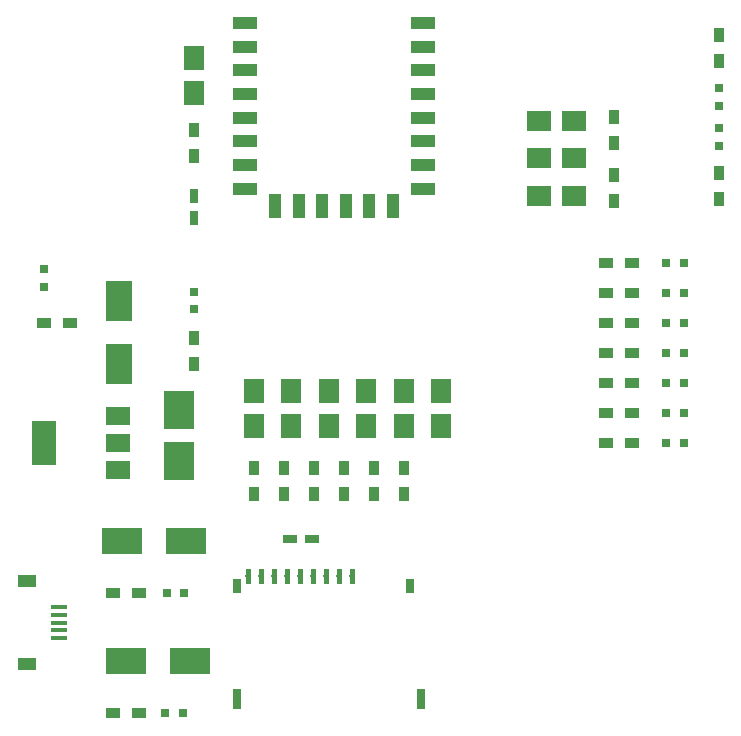
<source format=gbr>
G04 #@! TF.GenerationSoftware,KiCad,Pcbnew,(2016-12-16 revision f631ae2)-makepkg*
G04 #@! TF.CreationDate,2017-02-21T16:59:48-05:00*
G04 #@! TF.ProjectId,orc-esp1,6F72632D657370312E6B696361645F70,1*
G04 #@! TF.FileFunction,Paste,Top*
G04 #@! TF.FilePolarity,Positive*
%FSLAX46Y46*%
G04 Gerber Fmt 4.6, Leading zero omitted, Abs format (unit mm)*
G04 Created by KiCad (PCBNEW (2016-12-16 revision f631ae2)-makepkg) date 02/21/17 16:59:48*
%MOMM*%
%LPD*%
G01*
G04 APERTURE LIST*
%ADD10C,0.100000*%
%ADD11R,1.350000X0.400000*%
%ADD12R,1.550000X1.000000*%
%ADD13R,2.000000X1.000000*%
%ADD14R,1.000000X2.000000*%
%ADD15R,2.000000X1.500000*%
%ADD16R,2.000000X3.800000*%
%ADD17R,1.200000X0.750000*%
%ADD18R,0.750000X1.200000*%
%ADD19R,2.500000X3.200000*%
%ADD20R,3.500120X2.301240*%
%ADD21R,2.301240X3.500120*%
%ADD22R,0.797560X0.797560*%
%ADD23R,1.200000X0.900000*%
%ADD24R,0.900000X1.200000*%
%ADD25R,1.700000X2.000000*%
%ADD26R,2.000000X1.700000*%
%ADD27C,0.470000*%
%ADD28R,0.650000X1.200000*%
%ADD29R,0.650000X1.800000*%
G04 APERTURE END LIST*
D10*
D11*
X109220000Y-129480000D03*
X109220000Y-130130000D03*
X109220000Y-130780000D03*
X109220000Y-131430000D03*
X109220000Y-132080000D03*
D12*
X106520000Y-127280000D03*
X106520000Y-134280000D03*
D13*
X140025179Y-80010000D03*
X140025179Y-82010000D03*
X140025179Y-84010000D03*
X140025179Y-86010000D03*
X140025179Y-88010000D03*
X140025179Y-90010000D03*
X140025179Y-92010000D03*
X140025179Y-94010000D03*
X125025179Y-94010000D03*
X125025179Y-92010000D03*
X125025179Y-90010000D03*
X125025179Y-88010000D03*
X125025179Y-86010000D03*
X125025179Y-84010000D03*
X125025179Y-82010000D03*
X125025179Y-80010000D03*
D14*
X127525179Y-95510000D03*
X129525179Y-95510000D03*
X131525179Y-95510000D03*
X133525179Y-95510000D03*
X135525179Y-95510000D03*
X137525179Y-95510000D03*
D15*
X114250000Y-117870000D03*
X114250000Y-113270000D03*
X114250000Y-115570000D03*
D16*
X107950000Y-115570000D03*
D17*
X130678000Y-123698000D03*
X128778000Y-123698000D03*
D18*
X120650000Y-96515000D03*
X120650000Y-94615000D03*
D19*
X119380000Y-117076000D03*
X119380000Y-112776000D03*
D20*
X114614960Y-123825000D03*
X120015000Y-123825000D03*
D21*
X114300000Y-108905040D03*
X114300000Y-103505000D03*
D20*
X114935000Y-133985000D03*
X120335040Y-133985000D03*
D22*
X119735600Y-138430000D03*
X118237000Y-138430000D03*
X107950000Y-102349300D03*
X107950000Y-100850700D03*
X119862600Y-128270000D03*
X118364000Y-128270000D03*
X160655000Y-115570000D03*
X162153600Y-115570000D03*
X162153600Y-113030000D03*
X160655000Y-113030000D03*
X160655000Y-107950000D03*
X162153600Y-107950000D03*
X162153600Y-105410000D03*
X160655000Y-105410000D03*
X160655000Y-102870000D03*
X162153600Y-102870000D03*
X162153600Y-100330000D03*
X160655000Y-100330000D03*
X165100000Y-90398600D03*
X165100000Y-88900000D03*
X165100000Y-86995000D03*
X165100000Y-85496400D03*
X120650000Y-104254300D03*
X120650000Y-102755700D03*
X162153600Y-110490000D03*
X160655000Y-110490000D03*
D23*
X157775000Y-105410000D03*
X155575000Y-105410000D03*
X155575000Y-102870000D03*
X157775000Y-102870000D03*
X157775000Y-100330000D03*
X155575000Y-100330000D03*
D24*
X165100000Y-94910000D03*
X165100000Y-92710000D03*
X165100000Y-83185000D03*
X165100000Y-80985000D03*
X120650000Y-108880000D03*
X120650000Y-106680000D03*
X130810000Y-117645000D03*
X130810000Y-119845000D03*
X125730000Y-119845000D03*
X125730000Y-117645000D03*
X138430000Y-117645000D03*
X138430000Y-119845000D03*
D23*
X155575000Y-110490000D03*
X157775000Y-110490000D03*
X157775000Y-107950000D03*
X155575000Y-107950000D03*
X155575000Y-115570000D03*
X157775000Y-115570000D03*
X157775000Y-113030000D03*
X155575000Y-113030000D03*
X113835000Y-138430000D03*
X116035000Y-138430000D03*
D24*
X128270000Y-117645000D03*
X128270000Y-119845000D03*
X133350000Y-119845000D03*
X133350000Y-117645000D03*
X120650000Y-89070000D03*
X120650000Y-91270000D03*
X156210000Y-92880000D03*
X156210000Y-95080000D03*
X156210000Y-87970000D03*
X156210000Y-90170000D03*
X135890000Y-119845000D03*
X135890000Y-117645000D03*
D23*
X107950000Y-105410000D03*
X110150000Y-105410000D03*
X113835000Y-128270000D03*
X116035000Y-128270000D03*
D25*
X120650000Y-85955000D03*
X120650000Y-82955000D03*
X132080000Y-111125000D03*
X132080000Y-114125000D03*
X125730000Y-114125000D03*
X125730000Y-111125000D03*
X138430000Y-111125000D03*
X138430000Y-114125000D03*
X141605000Y-114125000D03*
X141605000Y-111125000D03*
X128905000Y-111125000D03*
X128905000Y-114125000D03*
X135255000Y-114125000D03*
X135255000Y-111125000D03*
D26*
X152860000Y-88265000D03*
X149860000Y-88265000D03*
X149860000Y-91440000D03*
X152860000Y-91440000D03*
X149860000Y-94615000D03*
X152860000Y-94615000D03*
D10*
G36*
X125409017Y-126185566D02*
X125420423Y-126187258D01*
X125431608Y-126190060D01*
X125442465Y-126193944D01*
X125452889Y-126198874D01*
X125462780Y-126204802D01*
X125472041Y-126211671D01*
X125480585Y-126219415D01*
X125488329Y-126227959D01*
X125495198Y-126237220D01*
X125501126Y-126247111D01*
X125506056Y-126257535D01*
X125509940Y-126268392D01*
X125512742Y-126279577D01*
X125514434Y-126290983D01*
X125515000Y-126302500D01*
X125515000Y-127367500D01*
X125514434Y-127379017D01*
X125512742Y-127390423D01*
X125509940Y-127401608D01*
X125506056Y-127412465D01*
X125501126Y-127422889D01*
X125495198Y-127432780D01*
X125488329Y-127442041D01*
X125480585Y-127450585D01*
X125472041Y-127458329D01*
X125462780Y-127465198D01*
X125452889Y-127471126D01*
X125442465Y-127476056D01*
X125431608Y-127479940D01*
X125420423Y-127482742D01*
X125409017Y-127484434D01*
X125397500Y-127485000D01*
X125162500Y-127485000D01*
X125150983Y-127484434D01*
X125139577Y-127482742D01*
X125128392Y-127479940D01*
X125117535Y-127476056D01*
X125107111Y-127471126D01*
X125097220Y-127465198D01*
X125087959Y-127458329D01*
X125079415Y-127450585D01*
X125071671Y-127442041D01*
X125064802Y-127432780D01*
X125058874Y-127422889D01*
X125053944Y-127412465D01*
X125050060Y-127401608D01*
X125047258Y-127390423D01*
X125045566Y-127379017D01*
X125045000Y-127367500D01*
X125045000Y-126302500D01*
X125045566Y-126290983D01*
X125047258Y-126279577D01*
X125050060Y-126268392D01*
X125053944Y-126257535D01*
X125058874Y-126247111D01*
X125064802Y-126237220D01*
X125071671Y-126227959D01*
X125079415Y-126219415D01*
X125087959Y-126211671D01*
X125097220Y-126204802D01*
X125107111Y-126198874D01*
X125117535Y-126193944D01*
X125128392Y-126190060D01*
X125139577Y-126187258D01*
X125150983Y-126185566D01*
X125162500Y-126185000D01*
X125397500Y-126185000D01*
X125409017Y-126185566D01*
X125409017Y-126185566D01*
G37*
D27*
X125280000Y-126835000D03*
D28*
X124280000Y-127635000D03*
X138980000Y-127635000D03*
D29*
X124280000Y-137235000D03*
X139880000Y-137235000D03*
D10*
G36*
X126509017Y-126185566D02*
X126520423Y-126187258D01*
X126531608Y-126190060D01*
X126542465Y-126193944D01*
X126552889Y-126198874D01*
X126562780Y-126204802D01*
X126572041Y-126211671D01*
X126580585Y-126219415D01*
X126588329Y-126227959D01*
X126595198Y-126237220D01*
X126601126Y-126247111D01*
X126606056Y-126257535D01*
X126609940Y-126268392D01*
X126612742Y-126279577D01*
X126614434Y-126290983D01*
X126615000Y-126302500D01*
X126615000Y-127367500D01*
X126614434Y-127379017D01*
X126612742Y-127390423D01*
X126609940Y-127401608D01*
X126606056Y-127412465D01*
X126601126Y-127422889D01*
X126595198Y-127432780D01*
X126588329Y-127442041D01*
X126580585Y-127450585D01*
X126572041Y-127458329D01*
X126562780Y-127465198D01*
X126552889Y-127471126D01*
X126542465Y-127476056D01*
X126531608Y-127479940D01*
X126520423Y-127482742D01*
X126509017Y-127484434D01*
X126497500Y-127485000D01*
X126262500Y-127485000D01*
X126250983Y-127484434D01*
X126239577Y-127482742D01*
X126228392Y-127479940D01*
X126217535Y-127476056D01*
X126207111Y-127471126D01*
X126197220Y-127465198D01*
X126187959Y-127458329D01*
X126179415Y-127450585D01*
X126171671Y-127442041D01*
X126164802Y-127432780D01*
X126158874Y-127422889D01*
X126153944Y-127412465D01*
X126150060Y-127401608D01*
X126147258Y-127390423D01*
X126145566Y-127379017D01*
X126145000Y-127367500D01*
X126145000Y-126302500D01*
X126145566Y-126290983D01*
X126147258Y-126279577D01*
X126150060Y-126268392D01*
X126153944Y-126257535D01*
X126158874Y-126247111D01*
X126164802Y-126237220D01*
X126171671Y-126227959D01*
X126179415Y-126219415D01*
X126187959Y-126211671D01*
X126197220Y-126204802D01*
X126207111Y-126198874D01*
X126217535Y-126193944D01*
X126228392Y-126190060D01*
X126239577Y-126187258D01*
X126250983Y-126185566D01*
X126262500Y-126185000D01*
X126497500Y-126185000D01*
X126509017Y-126185566D01*
X126509017Y-126185566D01*
G37*
D27*
X126380000Y-126835000D03*
D10*
G36*
X127609017Y-126185566D02*
X127620423Y-126187258D01*
X127631608Y-126190060D01*
X127642465Y-126193944D01*
X127652889Y-126198874D01*
X127662780Y-126204802D01*
X127672041Y-126211671D01*
X127680585Y-126219415D01*
X127688329Y-126227959D01*
X127695198Y-126237220D01*
X127701126Y-126247111D01*
X127706056Y-126257535D01*
X127709940Y-126268392D01*
X127712742Y-126279577D01*
X127714434Y-126290983D01*
X127715000Y-126302500D01*
X127715000Y-127367500D01*
X127714434Y-127379017D01*
X127712742Y-127390423D01*
X127709940Y-127401608D01*
X127706056Y-127412465D01*
X127701126Y-127422889D01*
X127695198Y-127432780D01*
X127688329Y-127442041D01*
X127680585Y-127450585D01*
X127672041Y-127458329D01*
X127662780Y-127465198D01*
X127652889Y-127471126D01*
X127642465Y-127476056D01*
X127631608Y-127479940D01*
X127620423Y-127482742D01*
X127609017Y-127484434D01*
X127597500Y-127485000D01*
X127362500Y-127485000D01*
X127350983Y-127484434D01*
X127339577Y-127482742D01*
X127328392Y-127479940D01*
X127317535Y-127476056D01*
X127307111Y-127471126D01*
X127297220Y-127465198D01*
X127287959Y-127458329D01*
X127279415Y-127450585D01*
X127271671Y-127442041D01*
X127264802Y-127432780D01*
X127258874Y-127422889D01*
X127253944Y-127412465D01*
X127250060Y-127401608D01*
X127247258Y-127390423D01*
X127245566Y-127379017D01*
X127245000Y-127367500D01*
X127245000Y-126302500D01*
X127245566Y-126290983D01*
X127247258Y-126279577D01*
X127250060Y-126268392D01*
X127253944Y-126257535D01*
X127258874Y-126247111D01*
X127264802Y-126237220D01*
X127271671Y-126227959D01*
X127279415Y-126219415D01*
X127287959Y-126211671D01*
X127297220Y-126204802D01*
X127307111Y-126198874D01*
X127317535Y-126193944D01*
X127328392Y-126190060D01*
X127339577Y-126187258D01*
X127350983Y-126185566D01*
X127362500Y-126185000D01*
X127597500Y-126185000D01*
X127609017Y-126185566D01*
X127609017Y-126185566D01*
G37*
D27*
X127480000Y-126835000D03*
D10*
G36*
X128709017Y-126185566D02*
X128720423Y-126187258D01*
X128731608Y-126190060D01*
X128742465Y-126193944D01*
X128752889Y-126198874D01*
X128762780Y-126204802D01*
X128772041Y-126211671D01*
X128780585Y-126219415D01*
X128788329Y-126227959D01*
X128795198Y-126237220D01*
X128801126Y-126247111D01*
X128806056Y-126257535D01*
X128809940Y-126268392D01*
X128812742Y-126279577D01*
X128814434Y-126290983D01*
X128815000Y-126302500D01*
X128815000Y-127367500D01*
X128814434Y-127379017D01*
X128812742Y-127390423D01*
X128809940Y-127401608D01*
X128806056Y-127412465D01*
X128801126Y-127422889D01*
X128795198Y-127432780D01*
X128788329Y-127442041D01*
X128780585Y-127450585D01*
X128772041Y-127458329D01*
X128762780Y-127465198D01*
X128752889Y-127471126D01*
X128742465Y-127476056D01*
X128731608Y-127479940D01*
X128720423Y-127482742D01*
X128709017Y-127484434D01*
X128697500Y-127485000D01*
X128462500Y-127485000D01*
X128450983Y-127484434D01*
X128439577Y-127482742D01*
X128428392Y-127479940D01*
X128417535Y-127476056D01*
X128407111Y-127471126D01*
X128397220Y-127465198D01*
X128387959Y-127458329D01*
X128379415Y-127450585D01*
X128371671Y-127442041D01*
X128364802Y-127432780D01*
X128358874Y-127422889D01*
X128353944Y-127412465D01*
X128350060Y-127401608D01*
X128347258Y-127390423D01*
X128345566Y-127379017D01*
X128345000Y-127367500D01*
X128345000Y-126302500D01*
X128345566Y-126290983D01*
X128347258Y-126279577D01*
X128350060Y-126268392D01*
X128353944Y-126257535D01*
X128358874Y-126247111D01*
X128364802Y-126237220D01*
X128371671Y-126227959D01*
X128379415Y-126219415D01*
X128387959Y-126211671D01*
X128397220Y-126204802D01*
X128407111Y-126198874D01*
X128417535Y-126193944D01*
X128428392Y-126190060D01*
X128439577Y-126187258D01*
X128450983Y-126185566D01*
X128462500Y-126185000D01*
X128697500Y-126185000D01*
X128709017Y-126185566D01*
X128709017Y-126185566D01*
G37*
D27*
X128580000Y-126835000D03*
D10*
G36*
X129809017Y-126185566D02*
X129820423Y-126187258D01*
X129831608Y-126190060D01*
X129842465Y-126193944D01*
X129852889Y-126198874D01*
X129862780Y-126204802D01*
X129872041Y-126211671D01*
X129880585Y-126219415D01*
X129888329Y-126227959D01*
X129895198Y-126237220D01*
X129901126Y-126247111D01*
X129906056Y-126257535D01*
X129909940Y-126268392D01*
X129912742Y-126279577D01*
X129914434Y-126290983D01*
X129915000Y-126302500D01*
X129915000Y-127367500D01*
X129914434Y-127379017D01*
X129912742Y-127390423D01*
X129909940Y-127401608D01*
X129906056Y-127412465D01*
X129901126Y-127422889D01*
X129895198Y-127432780D01*
X129888329Y-127442041D01*
X129880585Y-127450585D01*
X129872041Y-127458329D01*
X129862780Y-127465198D01*
X129852889Y-127471126D01*
X129842465Y-127476056D01*
X129831608Y-127479940D01*
X129820423Y-127482742D01*
X129809017Y-127484434D01*
X129797500Y-127485000D01*
X129562500Y-127485000D01*
X129550983Y-127484434D01*
X129539577Y-127482742D01*
X129528392Y-127479940D01*
X129517535Y-127476056D01*
X129507111Y-127471126D01*
X129497220Y-127465198D01*
X129487959Y-127458329D01*
X129479415Y-127450585D01*
X129471671Y-127442041D01*
X129464802Y-127432780D01*
X129458874Y-127422889D01*
X129453944Y-127412465D01*
X129450060Y-127401608D01*
X129447258Y-127390423D01*
X129445566Y-127379017D01*
X129445000Y-127367500D01*
X129445000Y-126302500D01*
X129445566Y-126290983D01*
X129447258Y-126279577D01*
X129450060Y-126268392D01*
X129453944Y-126257535D01*
X129458874Y-126247111D01*
X129464802Y-126237220D01*
X129471671Y-126227959D01*
X129479415Y-126219415D01*
X129487959Y-126211671D01*
X129497220Y-126204802D01*
X129507111Y-126198874D01*
X129517535Y-126193944D01*
X129528392Y-126190060D01*
X129539577Y-126187258D01*
X129550983Y-126185566D01*
X129562500Y-126185000D01*
X129797500Y-126185000D01*
X129809017Y-126185566D01*
X129809017Y-126185566D01*
G37*
D27*
X129680000Y-126835000D03*
D10*
G36*
X130909017Y-126185566D02*
X130920423Y-126187258D01*
X130931608Y-126190060D01*
X130942465Y-126193944D01*
X130952889Y-126198874D01*
X130962780Y-126204802D01*
X130972041Y-126211671D01*
X130980585Y-126219415D01*
X130988329Y-126227959D01*
X130995198Y-126237220D01*
X131001126Y-126247111D01*
X131006056Y-126257535D01*
X131009940Y-126268392D01*
X131012742Y-126279577D01*
X131014434Y-126290983D01*
X131015000Y-126302500D01*
X131015000Y-127367500D01*
X131014434Y-127379017D01*
X131012742Y-127390423D01*
X131009940Y-127401608D01*
X131006056Y-127412465D01*
X131001126Y-127422889D01*
X130995198Y-127432780D01*
X130988329Y-127442041D01*
X130980585Y-127450585D01*
X130972041Y-127458329D01*
X130962780Y-127465198D01*
X130952889Y-127471126D01*
X130942465Y-127476056D01*
X130931608Y-127479940D01*
X130920423Y-127482742D01*
X130909017Y-127484434D01*
X130897500Y-127485000D01*
X130662500Y-127485000D01*
X130650983Y-127484434D01*
X130639577Y-127482742D01*
X130628392Y-127479940D01*
X130617535Y-127476056D01*
X130607111Y-127471126D01*
X130597220Y-127465198D01*
X130587959Y-127458329D01*
X130579415Y-127450585D01*
X130571671Y-127442041D01*
X130564802Y-127432780D01*
X130558874Y-127422889D01*
X130553944Y-127412465D01*
X130550060Y-127401608D01*
X130547258Y-127390423D01*
X130545566Y-127379017D01*
X130545000Y-127367500D01*
X130545000Y-126302500D01*
X130545566Y-126290983D01*
X130547258Y-126279577D01*
X130550060Y-126268392D01*
X130553944Y-126257535D01*
X130558874Y-126247111D01*
X130564802Y-126237220D01*
X130571671Y-126227959D01*
X130579415Y-126219415D01*
X130587959Y-126211671D01*
X130597220Y-126204802D01*
X130607111Y-126198874D01*
X130617535Y-126193944D01*
X130628392Y-126190060D01*
X130639577Y-126187258D01*
X130650983Y-126185566D01*
X130662500Y-126185000D01*
X130897500Y-126185000D01*
X130909017Y-126185566D01*
X130909017Y-126185566D01*
G37*
D27*
X130780000Y-126835000D03*
D10*
G36*
X132009017Y-126185566D02*
X132020423Y-126187258D01*
X132031608Y-126190060D01*
X132042465Y-126193944D01*
X132052889Y-126198874D01*
X132062780Y-126204802D01*
X132072041Y-126211671D01*
X132080585Y-126219415D01*
X132088329Y-126227959D01*
X132095198Y-126237220D01*
X132101126Y-126247111D01*
X132106056Y-126257535D01*
X132109940Y-126268392D01*
X132112742Y-126279577D01*
X132114434Y-126290983D01*
X132115000Y-126302500D01*
X132115000Y-127367500D01*
X132114434Y-127379017D01*
X132112742Y-127390423D01*
X132109940Y-127401608D01*
X132106056Y-127412465D01*
X132101126Y-127422889D01*
X132095198Y-127432780D01*
X132088329Y-127442041D01*
X132080585Y-127450585D01*
X132072041Y-127458329D01*
X132062780Y-127465198D01*
X132052889Y-127471126D01*
X132042465Y-127476056D01*
X132031608Y-127479940D01*
X132020423Y-127482742D01*
X132009017Y-127484434D01*
X131997500Y-127485000D01*
X131762500Y-127485000D01*
X131750983Y-127484434D01*
X131739577Y-127482742D01*
X131728392Y-127479940D01*
X131717535Y-127476056D01*
X131707111Y-127471126D01*
X131697220Y-127465198D01*
X131687959Y-127458329D01*
X131679415Y-127450585D01*
X131671671Y-127442041D01*
X131664802Y-127432780D01*
X131658874Y-127422889D01*
X131653944Y-127412465D01*
X131650060Y-127401608D01*
X131647258Y-127390423D01*
X131645566Y-127379017D01*
X131645000Y-127367500D01*
X131645000Y-126302500D01*
X131645566Y-126290983D01*
X131647258Y-126279577D01*
X131650060Y-126268392D01*
X131653944Y-126257535D01*
X131658874Y-126247111D01*
X131664802Y-126237220D01*
X131671671Y-126227959D01*
X131679415Y-126219415D01*
X131687959Y-126211671D01*
X131697220Y-126204802D01*
X131707111Y-126198874D01*
X131717535Y-126193944D01*
X131728392Y-126190060D01*
X131739577Y-126187258D01*
X131750983Y-126185566D01*
X131762500Y-126185000D01*
X131997500Y-126185000D01*
X132009017Y-126185566D01*
X132009017Y-126185566D01*
G37*
D27*
X131880000Y-126835000D03*
D10*
G36*
X133109017Y-126185566D02*
X133120423Y-126187258D01*
X133131608Y-126190060D01*
X133142465Y-126193944D01*
X133152889Y-126198874D01*
X133162780Y-126204802D01*
X133172041Y-126211671D01*
X133180585Y-126219415D01*
X133188329Y-126227959D01*
X133195198Y-126237220D01*
X133201126Y-126247111D01*
X133206056Y-126257535D01*
X133209940Y-126268392D01*
X133212742Y-126279577D01*
X133214434Y-126290983D01*
X133215000Y-126302500D01*
X133215000Y-127367500D01*
X133214434Y-127379017D01*
X133212742Y-127390423D01*
X133209940Y-127401608D01*
X133206056Y-127412465D01*
X133201126Y-127422889D01*
X133195198Y-127432780D01*
X133188329Y-127442041D01*
X133180585Y-127450585D01*
X133172041Y-127458329D01*
X133162780Y-127465198D01*
X133152889Y-127471126D01*
X133142465Y-127476056D01*
X133131608Y-127479940D01*
X133120423Y-127482742D01*
X133109017Y-127484434D01*
X133097500Y-127485000D01*
X132862500Y-127485000D01*
X132850983Y-127484434D01*
X132839577Y-127482742D01*
X132828392Y-127479940D01*
X132817535Y-127476056D01*
X132807111Y-127471126D01*
X132797220Y-127465198D01*
X132787959Y-127458329D01*
X132779415Y-127450585D01*
X132771671Y-127442041D01*
X132764802Y-127432780D01*
X132758874Y-127422889D01*
X132753944Y-127412465D01*
X132750060Y-127401608D01*
X132747258Y-127390423D01*
X132745566Y-127379017D01*
X132745000Y-127367500D01*
X132745000Y-126302500D01*
X132745566Y-126290983D01*
X132747258Y-126279577D01*
X132750060Y-126268392D01*
X132753944Y-126257535D01*
X132758874Y-126247111D01*
X132764802Y-126237220D01*
X132771671Y-126227959D01*
X132779415Y-126219415D01*
X132787959Y-126211671D01*
X132797220Y-126204802D01*
X132807111Y-126198874D01*
X132817535Y-126193944D01*
X132828392Y-126190060D01*
X132839577Y-126187258D01*
X132850983Y-126185566D01*
X132862500Y-126185000D01*
X133097500Y-126185000D01*
X133109017Y-126185566D01*
X133109017Y-126185566D01*
G37*
D27*
X132980000Y-126835000D03*
D10*
G36*
X134209017Y-126185566D02*
X134220423Y-126187258D01*
X134231608Y-126190060D01*
X134242465Y-126193944D01*
X134252889Y-126198874D01*
X134262780Y-126204802D01*
X134272041Y-126211671D01*
X134280585Y-126219415D01*
X134288329Y-126227959D01*
X134295198Y-126237220D01*
X134301126Y-126247111D01*
X134306056Y-126257535D01*
X134309940Y-126268392D01*
X134312742Y-126279577D01*
X134314434Y-126290983D01*
X134315000Y-126302500D01*
X134315000Y-127367500D01*
X134314434Y-127379017D01*
X134312742Y-127390423D01*
X134309940Y-127401608D01*
X134306056Y-127412465D01*
X134301126Y-127422889D01*
X134295198Y-127432780D01*
X134288329Y-127442041D01*
X134280585Y-127450585D01*
X134272041Y-127458329D01*
X134262780Y-127465198D01*
X134252889Y-127471126D01*
X134242465Y-127476056D01*
X134231608Y-127479940D01*
X134220423Y-127482742D01*
X134209017Y-127484434D01*
X134197500Y-127485000D01*
X133962500Y-127485000D01*
X133950983Y-127484434D01*
X133939577Y-127482742D01*
X133928392Y-127479940D01*
X133917535Y-127476056D01*
X133907111Y-127471126D01*
X133897220Y-127465198D01*
X133887959Y-127458329D01*
X133879415Y-127450585D01*
X133871671Y-127442041D01*
X133864802Y-127432780D01*
X133858874Y-127422889D01*
X133853944Y-127412465D01*
X133850060Y-127401608D01*
X133847258Y-127390423D01*
X133845566Y-127379017D01*
X133845000Y-127367500D01*
X133845000Y-126302500D01*
X133845566Y-126290983D01*
X133847258Y-126279577D01*
X133850060Y-126268392D01*
X133853944Y-126257535D01*
X133858874Y-126247111D01*
X133864802Y-126237220D01*
X133871671Y-126227959D01*
X133879415Y-126219415D01*
X133887959Y-126211671D01*
X133897220Y-126204802D01*
X133907111Y-126198874D01*
X133917535Y-126193944D01*
X133928392Y-126190060D01*
X133939577Y-126187258D01*
X133950983Y-126185566D01*
X133962500Y-126185000D01*
X134197500Y-126185000D01*
X134209017Y-126185566D01*
X134209017Y-126185566D01*
G37*
D27*
X134080000Y-126835000D03*
M02*

</source>
